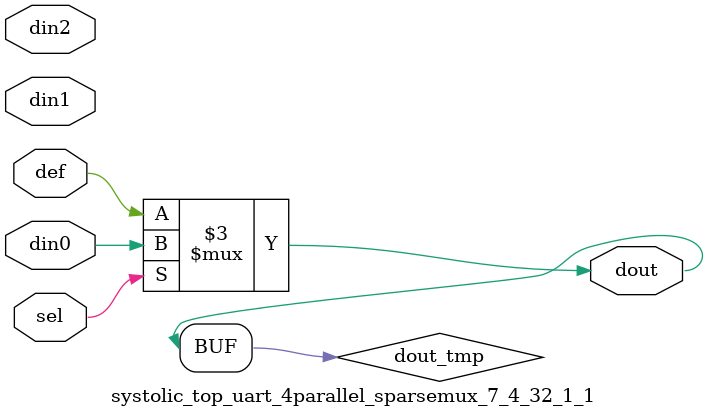
<source format=v>
`timescale 1ns / 1ps

module systolic_top_uart_4parallel_sparsemux_7_4_32_1_1 (din0,din1,din2,def,sel,dout);

parameter din0_WIDTH = 1;

parameter din1_WIDTH = 1;

parameter din2_WIDTH = 1;

parameter def_WIDTH = 1;
parameter sel_WIDTH = 1;
parameter dout_WIDTH = 1;

parameter [sel_WIDTH-1:0] CASE0 = 1;

parameter [sel_WIDTH-1:0] CASE1 = 1;

parameter [sel_WIDTH-1:0] CASE2 = 1;

parameter ID = 1;
parameter NUM_STAGE = 1;



input [din0_WIDTH-1:0] din0;

input [din1_WIDTH-1:0] din1;

input [din2_WIDTH-1:0] din2;

input [def_WIDTH-1:0] def;
input [sel_WIDTH-1:0] sel;

output [dout_WIDTH-1:0] dout;



reg [dout_WIDTH-1:0] dout_tmp;


always @ (*) begin
(* parallel_case *) case (sel)
    
    CASE0 : dout_tmp = din0;
    
    CASE1 : dout_tmp = din1;
    
    CASE2 : dout_tmp = din2;
    
    default : dout_tmp = def;
endcase
end


assign dout = dout_tmp;



endmodule

</source>
